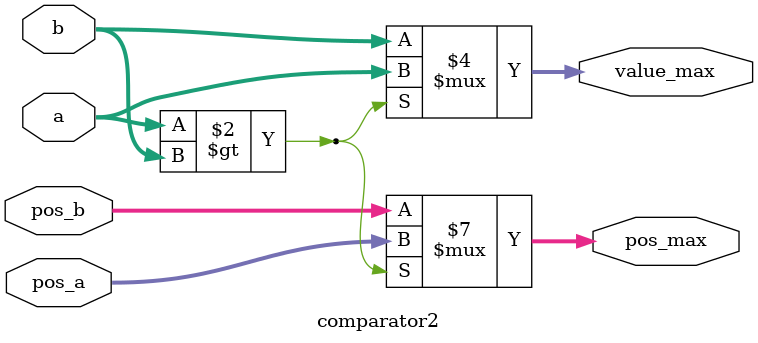
<source format=v>
`timescale 1ns / 1ps


module comparator2 #(
	parameter DATA_WIDTH        = 16, 
	parameter BITS_FOR_POSITION = 4
	)(
		input signed 	[DATA_WIDTH-1:0] 			a,b, //The two values to compare
		input 			[BITS_FOR_POSITION-1:0] 	pos_a, pos_b, // The positions of each of those two values
		output reg 		[BITS_FOR_POSITION-1:0] 	pos_max, //The position of the maximum value
		output reg 		[DATA_WIDTH-1:0] 			value_max
	); //The maximum value
	
	always @* begin
		if(a>b) begin
			pos_max   = pos_a;
			value_max = a;
		end else begin
			pos_max   = pos_b;
			value_max = b;
		end
	end

endmodule

</source>
